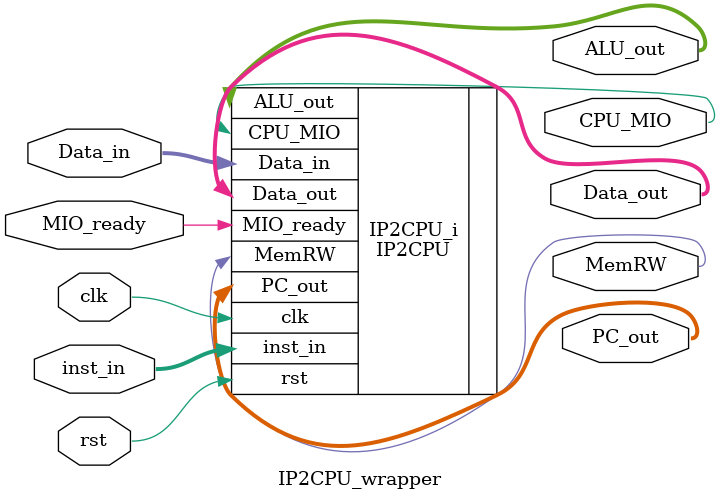
<source format=v>
`timescale 1 ps / 1 ps

module IP2CPU_wrapper
   (ALU_out,
    CPU_MIO,
    Data_in,
    Data_out,
    MIO_ready,
    MemRW,
    PC_out,
    clk,
    inst_in,
    rst);
  output [31:0]ALU_out;
  output CPU_MIO;
  input [31:0]Data_in;
  output [31:0]Data_out;
  input MIO_ready;
  output MemRW;
  output [31:0]PC_out;
  input clk;
  input [31:0]inst_in;
  input rst;

  wire [31:0]ALU_out;
  wire CPU_MIO;
  wire [31:0]Data_in;
  wire [31:0]Data_out;
  wire MIO_ready;
  wire MemRW;
  wire [31:0]PC_out;
  wire clk;
  wire [31:0]inst_in;
  wire rst;

  IP2CPU IP2CPU_i
       (.ALU_out(ALU_out),
        .CPU_MIO(CPU_MIO),
        .Data_in(Data_in),
        .Data_out(Data_out),
        .MIO_ready(MIO_ready),
        .MemRW(MemRW),
        .PC_out(PC_out),
        .clk(clk),
        .inst_in(inst_in),
        .rst(rst));
endmodule

</source>
